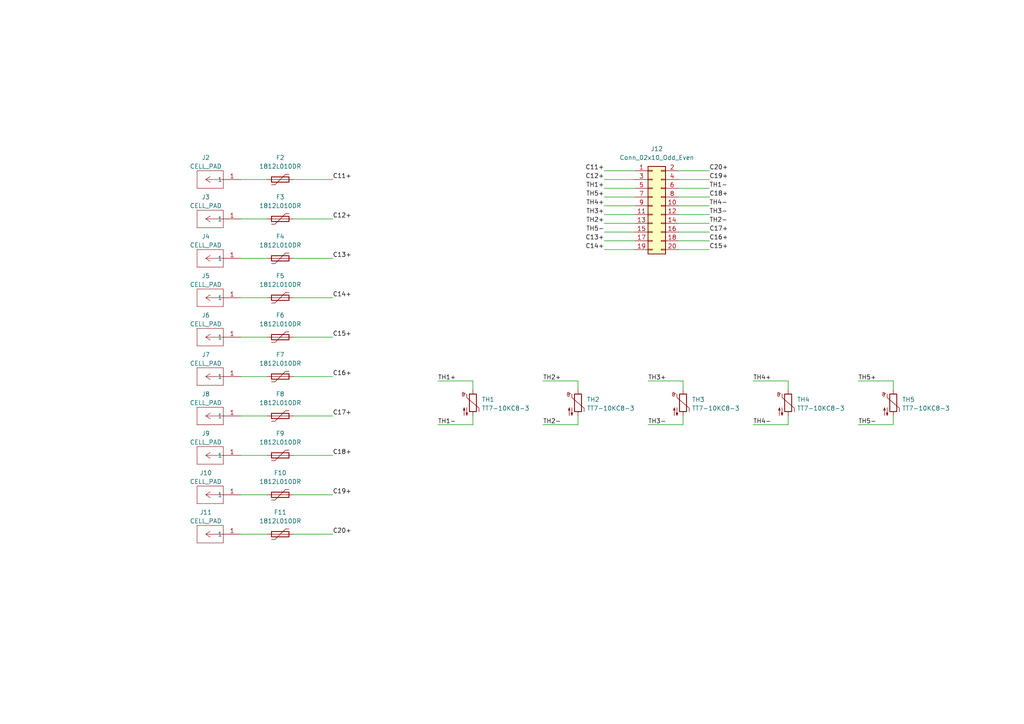
<source format=kicad_sch>
(kicad_sch (version 20230121) (generator eeschema)
  (paper "A4")
  (title_block (title "Accumulator Management System Measurement Board") (date "2023-08-12") (rev "${REVISION}") (company "Author: Bartłomiej Dymaczewski") (comment 1 "Reviewer:"))
  (lib_symbols
    (symbol "Connector_Generic:Conn_02x10_Odd_Even" (pin_names (offset 1.016) hide)
      (property "Reference" "J" (at 1.27 12.7 0))
      (property "Value" "Conn_02x10_Odd_Even" (at 1.27 -15.24 0))
      (symbol "Conn_02x10_Odd_Even_1_1"
        (rectangle (start -1.27 -12.573) (end 0 -12.827) (stroke (width 0.1524)))
        (rectangle (start -1.27 -10.033) (end 0 -10.287) (stroke (width 0.1524)))
        (rectangle (start -1.27 -7.493) (end 0 -7.747) (stroke (width 0.1524)))
        (rectangle (start -1.27 -4.953) (end 0 -5.207) (stroke (width 0.1524)))
        (rectangle (start -1.27 -2.413) (end 0 -2.667) (stroke (width 0.1524)))
        (rectangle (start -1.27 0.127) (end 0 -0.127) (stroke (width 0.1524)))
        (rectangle (start -1.27 2.667) (end 0 2.413) (stroke (width 0.1524)))
        (rectangle (start -1.27 5.207) (end 0 4.953) (stroke (width 0.1524)))
        (rectangle (start -1.27 7.747) (end 0 7.493) (stroke (width 0.1524)))
        (rectangle (start -1.27 10.287) (end 0 10.033) (stroke (width 0.1524)))
        (rectangle (start -1.27 11.43) (end 3.81 -13.97) (stroke (width 0.254)) (fill (type background)))
        (rectangle (start 3.81 -12.573) (end 2.54 -12.827) (stroke (width 0.1524)))
        (rectangle (start 3.81 -10.033) (end 2.54 -10.287) (stroke (width 0.1524)))
        (rectangle (start 3.81 -7.493) (end 2.54 -7.747) (stroke (width 0.1524)))
        (rectangle (start 3.81 -4.953) (end 2.54 -5.207) (stroke (width 0.1524)))
        (rectangle (start 3.81 -2.413) (end 2.54 -2.667) (stroke (width 0.1524)))
        (rectangle (start 3.81 0.127) (end 2.54 -0.127) (stroke (width 0.1524)))
        (rectangle (start 3.81 2.667) (end 2.54 2.413) (stroke (width 0.1524)))
        (rectangle (start 3.81 5.207) (end 2.54 4.953) (stroke (width 0.1524)))
        (rectangle (start 3.81 7.747) (end 2.54 7.493) (stroke (width 0.1524)))
        (rectangle (start 3.81 10.287) (end 2.54 10.033) (stroke (width 0.1524)))
        (pin passive line (at -5.08 10.16 0) (length 3.81) (name "Pin_1") (number "1"))
        (pin passive line (at 7.62 0 180) (length 3.81) (name "Pin_10") (number "10"))
        (pin passive line (at -5.08 -2.54 0) (length 3.81) (name "Pin_11") (number "11"))
        (pin passive line (at 7.62 -2.54 180) (length 3.81) (name "Pin_12") (number "12"))
        (pin passive line (at -5.08 -5.08 0) (length 3.81) (name "Pin_13") (number "13"))
        (pin passive line (at 7.62 -5.08 180) (length 3.81) (name "Pin_14") (number "14"))
        (pin passive line (at -5.08 -7.62 0) (length 3.81) (name "Pin_15") (number "15"))
        (pin passive line (at 7.62 -7.62 180) (length 3.81) (name "Pin_16") (number "16"))
        (pin passive line (at -5.08 -10.16 0) (length 3.81) (name "Pin_17") (number "17"))
        (pin passive line (at 7.62 -10.16 180) (length 3.81) (name "Pin_18") (number "18"))
        (pin passive line (at -5.08 -12.7 0) (length 3.81) (name "Pin_19") (number "19"))
        (pin passive line (at 7.62 10.16 180) (length 3.81) (name "Pin_2") (number "2"))
        (pin passive line (at 7.62 -12.7 180) (length 3.81) (name "Pin_20") (number "20"))
        (pin passive line (at -5.08 7.62 0) (length 3.81) (name "Pin_3") (number "3"))
        (pin passive line (at 7.62 7.62 180) (length 3.81) (name "Pin_4") (number "4"))
        (pin passive line (at -5.08 5.08 0) (length 3.81) (name "Pin_5") (number "5"))
        (pin passive line (at 7.62 5.08 180) (length 3.81) (name "Pin_6") (number "6"))
        (pin passive line (at -5.08 2.54 0) (length 3.81) (name "Pin_7") (number "7"))
        (pin passive line (at 7.62 2.54 180) (length 3.81) (name "Pin_8") (number "8"))
        (pin passive line (at -5.08 0 0) (length 3.81) (name "Pin_9") (number "9"))
      )
    )
    (symbol "Device:Polyfuse" (pin_numbers hide) (pin_names (offset 0))
      (property "Reference" "F" (at -2.54 0 90))
      (property "Value" "Polyfuse" (at 2.54 0 90))
      (symbol "Polyfuse_0_1"
        (rectangle (start -0.762 2.54) (end 0.762 -2.54) (stroke (width 0.254)))
        (polyline (pts (xy 0 2.54) (xy 0 -2.54)))
        (polyline (pts (xy -1.524 2.54) (xy -1.524 1.524) (xy 1.524 -1.524) (xy 1.524 -2.54)))
      )
      (symbol "Polyfuse_1_1"
        (pin passive line (at 0 3.81 270) (length 1.27) (name "~") (number "1"))
        (pin passive line (at 0 -3.81 90) (length 1.27) (name "~") (number "2"))
      )
    )
    (symbol "Device:Thermistor_NTC" (pin_numbers hide) (pin_names (offset 0))
      (property "Reference" "TH" (at -4.445 0 90))
      (property "Value" "Thermistor_NTC" (at 3.175 0 90))
      (symbol "Thermistor_NTC_0_1"
        (arc (start -3.048 2.159) (mid -3.0495 2.3143) (end -3.175 2.413))
        (arc (start -3.048 2.159) (mid -2.9736 1.9794) (end -2.794 1.905))
        (arc (start -3.048 2.794) (mid -2.9736 2.6144) (end -2.794 2.54))
        (arc (start -2.794 1.905) (mid -2.6144 1.9794) (end -2.54 2.159))
        (arc (start -2.794 2.54) (mid -2.4393 2.5587) (end -2.159 2.794))
        (arc (start -2.794 3.048) (mid -2.9736 2.9736) (end -3.048 2.794))
        (arc (start -2.54 2.794) (mid -2.6144 2.9736) (end -2.794 3.048))
        (rectangle (start -1.016 2.54) (end 1.016 -2.54) (stroke (width 0.254)))
        (polyline (pts (xy -2.54 2.159) (xy -2.54 2.794)))
        (polyline (pts (xy -1.778 2.54) (xy -1.778 1.524) (xy 1.778 -1.524) (xy 1.778 -2.54)))
        (polyline (pts (xy -2.54 -3.683) (xy -2.54 -1.397) (xy -2.794 -2.159) (xy -2.286 -2.159) (xy -2.54 -1.397) (xy -2.54 -1.651)) (fill (type outline)))
        (polyline (pts (xy -1.778 -1.397) (xy -1.778 -3.683) (xy -2.032 -2.921) (xy -1.524 -2.921) (xy -1.778 -3.683) (xy -1.778 -3.429)) (fill (type outline)))
      )
      (symbol "Thermistor_NTC_1_1"
        (pin passive line (at 0 3.81 270) (length 1.27) (name "~") (number "1"))
        (pin passive line (at 0 -3.81 90) (length 1.27) (name "~") (number "2"))
      )
    )
    (symbol "Wago Connector:2065-100_998-403" (pin_names (offset 0.254))
      (property "Reference" "J" (at -1.27 6.35 0))
      (property "Value" "2065-100/998-403" (at 0 0 0))
      (symbol "2065-100_998-403_1_1"
        (polyline (pts (xy -5.08 -2.54) (xy 2.54 -2.54)) (stroke (width 0.127)))
        (polyline (pts (xy -5.08 2.54) (xy -5.08 -2.54)) (stroke (width 0.127)))
        (polyline (pts (xy 0 0) (xy -5.08 0)) (stroke (width 0.127)))
        (polyline (pts (xy 0 0) (xy -1.27 -0.8467)) (stroke (width 0.127)))
        (polyline (pts (xy 0 0) (xy -1.27 0.8467)) (stroke (width 0.127)))
        (polyline (pts (xy 2.54 -2.54) (xy 2.54 2.54)) (stroke (width 0.127)))
        (polyline (pts (xy 2.54 2.54) (xy -5.08 2.54)) (stroke (width 0.127)))
        (pin unspecified line (at -10.16 0 0) (length 5.08) (name "1") (number "1"))
      )
      (symbol "2065-100_998-403_1_2"
        (polyline (pts (xy -5.08 -2.54) (xy 2.54 -2.54)) (stroke (width 0.127)))
        (polyline (pts (xy -5.08 2.54) (xy -5.08 -2.54)) (stroke (width 0.127)))
        (polyline (pts (xy -2.54 0) (xy -5.08 0)) (stroke (width 0.127)))
        (polyline (pts (xy -2.54 0) (xy -1.27 -0.8467)) (stroke (width 0.127)))
        (polyline (pts (xy -2.54 0) (xy -1.27 0.8467)) (stroke (width 0.127)))
        (polyline (pts (xy 2.54 -2.54) (xy 2.54 2.54)) (stroke (width 0.127)))
        (polyline (pts (xy 2.54 2.54) (xy -5.08 2.54)) (stroke (width 0.127)))
        (pin unspecified line (at -10.16 0 0) (length 5.08) (name "1") (number "1"))
      )
    )
  )
  (wire (pts (xy 69.85 120.65) (xy 77.47 120.65)))
  (wire (pts (xy 175.26 59.69) (xy 184.15 59.69)))
  (wire (pts (xy 127 110.49) (xy 137.16 110.49)))
  (wire (pts (xy 196.85 72.39) (xy 205.74 72.39)))
  (wire (pts (xy 137.16 123.19) (xy 127 123.19)))
  (wire (pts (xy 196.85 59.69) (xy 205.74 59.69)))
  (wire (pts (xy 167.64 123.19) (xy 157.48 123.19)))
  (wire (pts (xy 85.09 86.36) (xy 96.52 86.36)))
  (wire (pts (xy 175.26 72.39) (xy 184.15 72.39)))
  (wire (pts (xy 85.09 132.08) (xy 96.52 132.08)))
  (wire (pts (xy 228.6 123.19) (xy 218.44 123.19)))
  (wire (pts (xy 196.85 67.31) (xy 205.74 67.31)))
  (wire (pts (xy 137.16 110.49) (xy 137.16 113.03)))
  (wire (pts (xy 85.09 120.65) (xy 96.52 120.65)))
  (wire (pts (xy 175.26 62.23) (xy 184.15 62.23)))
  (wire (pts (xy 259.08 120.65) (xy 259.08 123.19)))
  (wire (pts (xy 85.09 154.94) (xy 96.52 154.94)))
  (wire (pts (xy 175.26 49.53) (xy 184.15 49.53)))
  (wire (pts (xy 175.26 54.61) (xy 184.15 54.61)))
  (wire (pts (xy 228.6 120.65) (xy 228.6 123.19)))
  (wire (pts (xy 196.85 62.23) (xy 205.74 62.23)))
  (wire (pts (xy 85.09 143.51) (xy 96.52 143.51)))
  (wire (pts (xy 69.85 97.79) (xy 77.47 97.79)))
  (wire (pts (xy 175.26 52.07) (xy 184.15 52.07)))
  (wire (pts (xy 248.92 110.49) (xy 259.08 110.49)))
  (wire (pts (xy 259.08 110.49) (xy 259.08 113.03)))
  (wire (pts (xy 228.6 110.49) (xy 228.6 113.03)))
  (wire (pts (xy 198.12 120.65) (xy 198.12 123.19)))
  (wire (pts (xy 198.12 123.19) (xy 187.96 123.19)))
  (wire (pts (xy 69.85 52.07) (xy 77.47 52.07)))
  (wire (pts (xy 69.85 74.93) (xy 77.47 74.93)))
  (wire (pts (xy 196.85 64.77) (xy 205.74 64.77)))
  (wire (pts (xy 167.64 110.49) (xy 167.64 113.03)))
  (wire (pts (xy 85.09 97.79) (xy 96.52 97.79)))
  (wire (pts (xy 85.09 74.93) (xy 96.52 74.93)))
  (wire (pts (xy 157.48 110.49) (xy 167.64 110.49)))
  (wire (pts (xy 187.96 110.49) (xy 198.12 110.49)))
  (wire (pts (xy 69.85 132.08) (xy 77.47 132.08)))
  (wire (pts (xy 69.85 86.36) (xy 77.47 86.36)))
  (wire (pts (xy 175.26 57.15) (xy 184.15 57.15)))
  (wire (pts (xy 137.16 120.65) (xy 137.16 123.19)))
  (wire (pts (xy 196.85 49.53) (xy 205.74 49.53)))
  (wire (pts (xy 167.64 120.65) (xy 167.64 123.19)))
  (wire (pts (xy 69.85 143.51) (xy 77.47 143.51)))
  (wire (pts (xy 175.26 64.77) (xy 184.15 64.77)))
  (wire (pts (xy 85.09 63.5) (xy 96.52 63.5)))
  (wire (pts (xy 175.26 69.85) (xy 184.15 69.85)))
  (wire (pts (xy 69.85 63.5) (xy 77.47 63.5)))
  (wire (pts (xy 85.09 109.22) (xy 96.52 109.22)))
  (wire (pts (xy 85.09 52.07) (xy 96.52 52.07)))
  (wire (pts (xy 175.26 67.31) (xy 184.15 67.31)))
  (wire (pts (xy 196.85 52.07) (xy 205.74 52.07)))
  (wire (pts (xy 69.85 154.94) (xy 77.47 154.94)))
  (wire (pts (xy 196.85 57.15) (xy 205.74 57.15)))
  (wire (pts (xy 69.85 109.22) (xy 77.47 109.22)))
  (wire (pts (xy 196.85 54.61) (xy 205.74 54.61)))
  (wire (pts (xy 218.44 110.49) (xy 228.6 110.49)))
  (wire (pts (xy 259.08 123.19) (xy 248.92 123.19)))
  (wire (pts (xy 196.85 69.85) (xy 205.74 69.85)))
  (wire (pts (xy 198.12 110.49) (xy 198.12 113.03)))
  (label "C12+" (at 175.26 52.07 180))
  (label "C12+" (at 96.52 63.5 0))
  (label "TH5-" (at 175.26 67.31 180))
  (label "C18+" (at 96.52 132.08 0))
  (label "C17+" (at 96.52 120.65 0))
  (label "C19+" (at 205.74 52.07 0))
  (label "TH3-" (at 205.74 62.23 0))
  (label "TH4-" (at 218.44 123.19 0))
  (label "C18+" (at 205.74 57.15 0))
  (label "TH4+" (at 175.26 59.69 180))
  (label "C11+" (at 175.26 49.53 180))
  (label "TH4+" (at 218.44 110.49 0))
  (label "TH2+" (at 157.48 110.49 0))
  (label "C14+" (at 96.52 86.36 0))
  (label "TH1+" (at 175.26 54.61 180))
  (label "C15+" (at 96.52 97.79 0))
  (label "C14+" (at 175.26 72.39 180))
  (label "TH1+" (at 127 110.49 0))
  (label "C19+" (at 96.52 143.51 0))
  (label "TH3+" (at 175.26 62.23 180))
  (label "C15+" (at 205.74 72.39 0))
  (label "TH2-" (at 157.48 123.19 0))
  (label "C20+" (at 96.52 154.94 0))
  (label "TH1-" (at 205.74 54.61 0))
  (label "TH4-" (at 205.74 59.69 0))
  (label "C13+" (at 175.26 69.85 180))
  (label "TH3-" (at 187.96 123.19 0))
  (label "C16+" (at 205.74 69.85 0))
  (label "TH3+" (at 187.96 110.49 0))
  (label "TH5+" (at 175.26 57.15 180))
  (label "C13+" (at 96.52 74.93 0))
  (label "TH5-" (at 248.92 123.19 0))
  (label "C16+" (at 96.52 109.22 0))
  (label "TH2+" (at 175.26 64.77 180))
  (label "TH2-" (at 205.74 64.77 0))
  (label "TH1-" (at 127 123.19 0))
  (label "C17+" (at 205.74 67.31 0))
  (label "C20+" (at 205.74 49.53 0))
  (label "TH5+" (at 248.92 110.49 0))
  (label "C11+" (at 96.52 52.07 0))
  (symbol (lib_id "Connector_Generic:Conn_02x10_Odd_Even") (at 189.23 59.69 0) (unit 1)
    (property "Reference" "J12" (at 190.5 43.18 0))
    (property "Value" "Conn_02x10_Odd_Even" (at 190.5 45.72 0))
    (property "Footprint" "Connector_IDC:IDC-Header_2x10_P2.54mm_Vertical" (effects hide))
  )
  (symbol (lib_id "Wago Connector:2065-100_998-403") (at 59.69 52.07 180) (unit 1)
    (property "Reference" "J2" (at 59.69 45.72 0))
    (property "Value" "CELL_PAD" (at 59.69 48.26 0))
    (property "Footprint" "Wago_Connector:CONN_2065-100&slash_998-403_1_WAG" (effects hide))
    (property "Datasheet" "2065-100/998-403" (effects hide))
  )
  (symbol (lib_id "Wago Connector:2065-100_998-403") (at 59.69 74.93 180) (unit 1)
    (property "Reference" "J4" (at 59.69 68.58 0))
    (property "Value" "CELL_PAD" (at 59.69 71.12 0))
    (property "Footprint" "Wago_Connector:CONN_2065-100&slash_998-403_1_WAG" (effects hide))
    (property "Datasheet" "2065-100/998-403" (effects hide))
  )
  (symbol (lib_id "Device:Polyfuse") (at 81.28 63.5 90) (unit 1)
    (property "Reference" "F3" (at 81.28 57.15 90))
    (property "Value" "1812L010DR" (at 81.28 59.69 90))
    (property "Footprint" "Fuse:1812L010DR" (effects hide))
  )
  (symbol (lib_id "Device:Polyfuse") (at 81.28 109.22 90) (unit 1)
    (property "Reference" "F7" (at 81.28 102.87 90))
    (property "Value" "1812L010DR" (at 81.28 105.41 90))
    (property "Footprint" "Fuse:1812L010DR" (effects hide))
  )
  (symbol (lib_id "Device:Polyfuse") (at 81.28 74.93 90) (unit 1)
    (property "Reference" "F4" (at 81.28 68.58 90))
    (property "Value" "1812L010DR" (at 81.28 71.12 90))
    (property "Footprint" "Fuse:1812L010DR" (effects hide))
  )
  (symbol (lib_id "Wago Connector:2065-100_998-403") (at 59.69 63.5 180) (unit 1)
    (property "Reference" "J3" (at 59.69 57.15 0))
    (property "Value" "CELL_PAD" (at 59.69 59.69 0))
    (property "Footprint" "Wago_Connector:CONN_2065-100&slash_998-403_1_WAG" (effects hide))
    (property "Datasheet" "2065-100/998-403" (effects hide))
  )
  (symbol (lib_id "Device:Polyfuse") (at 81.28 132.08 90) (unit 1)
    (property "Reference" "F9" (at 81.28 125.73 90))
    (property "Value" "1812L010DR" (at 81.28 128.27 90))
    (property "Footprint" "Fuse:1812L010DR" (effects hide))
  )
  (symbol (lib_id "Device:Polyfuse") (at 81.28 52.07 90) (unit 1)
    (property "Reference" "F2" (at 81.28 45.72 90))
    (property "Value" "1812L010DR" (at 81.28 48.26 90))
    (property "Footprint" "Fuse:1812L010DR" (effects hide))
  )
  (symbol (lib_id "Wago Connector:2065-100_998-403") (at 59.69 97.79 180) (unit 1)
    (property "Reference" "J6" (at 59.69 91.44 0))
    (property "Value" "CELL_PAD" (at 59.69 93.98 0))
    (property "Footprint" "Wago_Connector:CONN_2065-100&slash_998-403_1_WAG" (effects hide))
    (property "Datasheet" "2065-100/998-403" (effects hide))
  )
  (symbol (lib_id "Device:Thermistor_NTC") (at 167.64 116.84 0) (unit 1)
    (property "Reference" "TH2" (at 170.18 115.8875 0) (effects (justify left)))
    (property "Value" "TT7-10KC8-3" (at 170.18 118.4275 0) (effects (justify left)))
    (property "Footprint" "Connector_PinHeader_2.54mm:PinHeader_1x02_P2.54mm_Vertical" (effects hide))
  )
  (symbol (lib_id "Wago Connector:2065-100_998-403") (at 59.69 86.36 180) (unit 1)
    (property "Reference" "J5" (at 59.69 80.01 0))
    (property "Value" "CELL_PAD" (at 59.69 82.55 0))
    (property "Footprint" "Wago_Connector:CONN_2065-100&slash_998-403_1_WAG" (effects hide))
    (property "Datasheet" "2065-100/998-403" (effects hide))
  )
  (symbol (lib_id "Device:Thermistor_NTC") (at 137.16 116.84 0) (unit 1)
    (property "Reference" "TH1" (at 139.7 115.8875 0) (effects (justify left)))
    (property "Value" "TT7-10KC8-3" (at 139.7 118.4275 0) (effects (justify left)))
    (property "Footprint" "Connector_PinHeader_2.54mm:PinHeader_1x02_P2.54mm_Vertical" (effects hide))
  )
  (symbol (lib_id "Device:Polyfuse") (at 81.28 86.36 90) (unit 1)
    (property "Reference" "F5" (at 81.28 80.01 90))
    (property "Value" "1812L010DR" (at 81.28 82.55 90))
    (property "Footprint" "Fuse:1812L010DR" (effects hide))
  )
  (symbol (lib_id "Device:Polyfuse") (at 81.28 143.51 90) (unit 1)
    (property "Reference" "F10" (at 81.28 137.16 90))
    (property "Value" "1812L010DR" (at 81.28 139.7 90))
    (property "Footprint" "Fuse:1812L010DR" (effects hide))
  )
  (symbol (lib_id "Wago Connector:2065-100_998-403") (at 59.69 120.65 180) (unit 1)
    (property "Reference" "J8" (at 59.69 114.3 0))
    (property "Value" "CELL_PAD" (at 59.69 116.84 0))
    (property "Footprint" "Wago_Connector:CONN_2065-100&slash_998-403_1_WAG" (effects hide))
    (property "Datasheet" "2065-100/998-403" (effects hide))
  )
  (symbol (lib_id "Wago Connector:2065-100_998-403") (at 59.69 132.08 180) (unit 1)
    (property "Reference" "J9" (at 59.69 125.73 0))
    (property "Value" "CELL_PAD" (at 59.69 128.27 0))
    (property "Footprint" "Wago_Connector:CONN_2065-100&slash_998-403_1_WAG" (effects hide))
    (property "Datasheet" "2065-100/998-403" (effects hide))
  )
  (symbol (lib_id "Device:Thermistor_NTC") (at 228.6 116.84 0) (unit 1)
    (property "Reference" "TH4" (at 231.14 115.8875 0) (effects (justify left)))
    (property "Value" "TT7-10KC8-3" (at 231.14 118.4275 0) (effects (justify left)))
    (property "Footprint" "Connector_PinHeader_2.54mm:PinHeader_1x02_P2.54mm_Vertical" (effects hide))
  )
  (symbol (lib_id "Device:Polyfuse") (at 81.28 154.94 90) (unit 1)
    (property "Reference" "F11" (at 81.28 148.59 90))
    (property "Value" "1812L010DR" (at 81.28 151.13 90))
    (property "Footprint" "Fuse:1812L010DR" (effects hide))
  )
  (symbol (lib_id "Device:Polyfuse") (at 81.28 120.65 90) (unit 1)
    (property "Reference" "F8" (at 81.28 114.3 90))
    (property "Value" "1812L010DR" (at 81.28 116.84 90))
    (property "Footprint" "Fuse:1812L010DR" (effects hide))
  )
  (symbol (lib_id "Device:Thermistor_NTC") (at 198.12 116.84 0) (unit 1)
    (property "Reference" "TH3" (at 200.66 115.8875 0) (effects (justify left)))
    (property "Value" "TT7-10KC8-3" (at 200.66 118.4275 0) (effects (justify left)))
    (property "Footprint" "Connector_PinHeader_2.54mm:PinHeader_1x02_P2.54mm_Vertical" (effects hide))
  )
  (symbol (lib_id "Device:Polyfuse") (at 81.28 97.79 90) (unit 1)
    (property "Reference" "F6" (at 81.28 91.44 90))
    (property "Value" "1812L010DR" (at 81.28 93.98 90))
    (property "Footprint" "Fuse:1812L010DR" (effects hide))
  )
  (symbol (lib_id "Wago Connector:2065-100_998-403") (at 59.69 154.94 180) (unit 1)
    (property "Reference" "J11" (at 59.69 148.59 0))
    (property "Value" "CELL_PAD" (at 59.69 151.13 0))
    (property "Footprint" "Wago_Connector:CONN_2065-100&slash_998-403_1_WAG" (effects hide))
    (property "Datasheet" "2065-100/998-403" (effects hide))
  )
  (symbol (lib_id "Wago Connector:2065-100_998-403") (at 59.69 109.22 180) (unit 1)
    (property "Reference" "J7" (at 59.69 102.87 0))
    (property "Value" "CELL_PAD" (at 59.69 105.41 0))
    (property "Footprint" "Wago_Connector:CONN_2065-100&slash_998-403_1_WAG" (effects hide))
    (property "Datasheet" "2065-100/998-403" (effects hide))
  )
  (symbol (lib_id "Wago Connector:2065-100_998-403") (at 59.69 143.51 180) (unit 1)
    (property "Reference" "J10" (at 59.69 137.16 0))
    (property "Value" "CELL_PAD" (at 59.69 139.7 0))
    (property "Footprint" "Wago_Connector:CONN_2065-100&slash_998-403_1_WAG" (effects hide))
    (property "Datasheet" "2065-100/998-403" (effects hide))
  )
  (symbol (lib_id "Device:Thermistor_NTC") (at 259.08 116.84 0) (unit 1)
    (property "Reference" "TH5" (at 261.62 115.8875 0) (effects (justify left)))
    (property "Value" "TT7-10KC8-3" (at 261.62 118.4275 0) (effects (justify left)))
    (property "Footprint" "Connector_PinHeader_2.54mm:PinHeader_1x02_P2.54mm_Vertical" (effects hide))
  )
)
</source>
